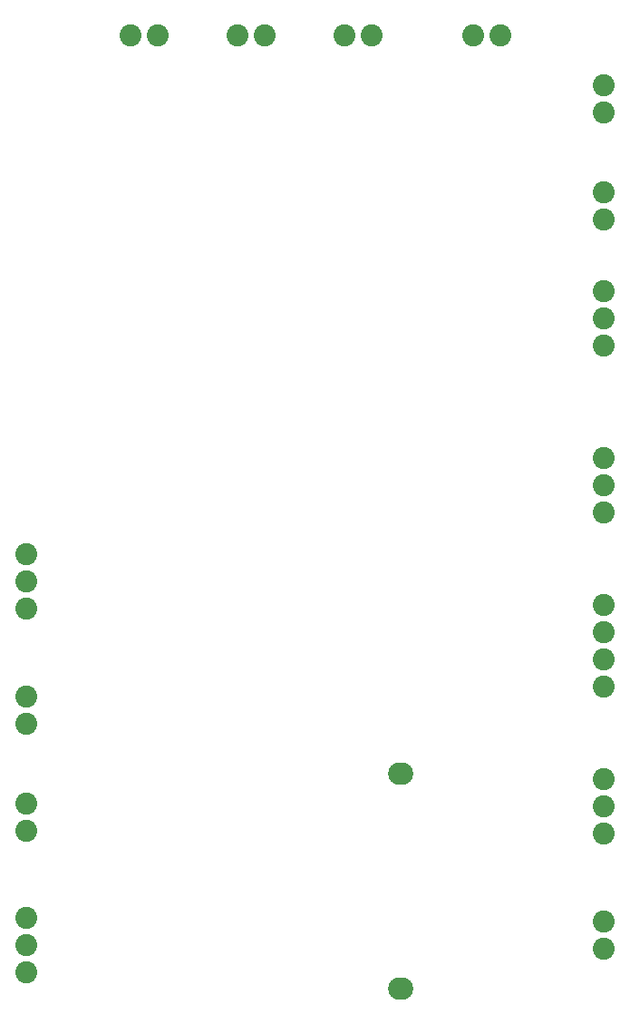
<source format=gbr>
G04 #@! TF.FileFunction,Soldermask,Bot*
%FSLAX46Y46*%
G04 Gerber Fmt 4.6, Leading zero omitted, Abs format (unit mm)*
G04 Created by KiCad (PCBNEW 4.0.4-stable) date Thursday, May 25, 2017 'PMt' 12:49:11 PM*
%MOMM*%
%LPD*%
G01*
G04 APERTURE LIST*
%ADD10C,0.100000*%
%ADD11O,2.352000X2.102000*%
%ADD12C,2.052000*%
G04 APERTURE END LIST*
D10*
D11*
X246000000Y-130000000D03*
X246000000Y-150000000D03*
D12*
X220730000Y-61000000D03*
X223270000Y-61000000D03*
X211000000Y-135270000D03*
X211000000Y-132730000D03*
X211000000Y-122730000D03*
X211000000Y-125270000D03*
X230730000Y-61000000D03*
X233270000Y-61000000D03*
X265000000Y-146270000D03*
X265000000Y-143730000D03*
X243270000Y-61000000D03*
X240730000Y-61000000D03*
X255270000Y-61000000D03*
X252730000Y-61000000D03*
X265000000Y-78270000D03*
X265000000Y-75730000D03*
X265000000Y-65730000D03*
X265000000Y-68270000D03*
X265000000Y-135540000D03*
X265000000Y-133000000D03*
X265000000Y-130460000D03*
X211000000Y-114540000D03*
X211000000Y-112000000D03*
X211000000Y-109460000D03*
X211000000Y-143460000D03*
X211000000Y-146000000D03*
X211000000Y-148540000D03*
X265000000Y-84960000D03*
X265000000Y-87500000D03*
X265000000Y-90040000D03*
X265000000Y-100460000D03*
X265000000Y-103000000D03*
X265000000Y-105540000D03*
X265000000Y-119270000D03*
X265000000Y-116730000D03*
X265000000Y-114190000D03*
X265000000Y-121810000D03*
M02*

</source>
